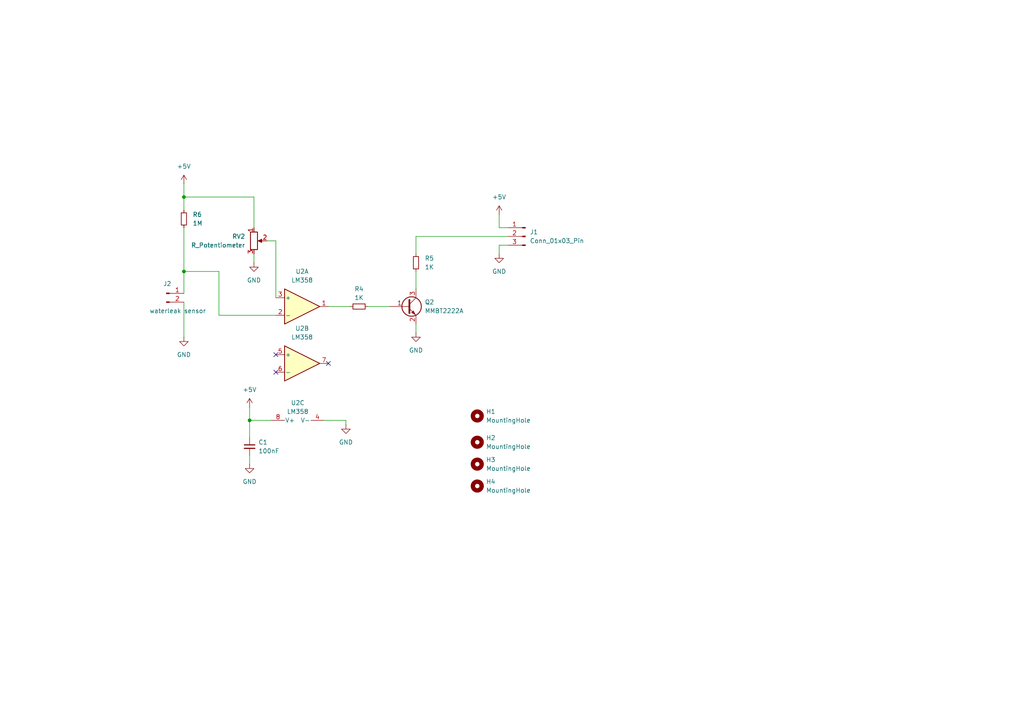
<source format=kicad_sch>
(kicad_sch (version 20231120) (generator "eeschema") (generator_version "8.0")
  (paper "A4")
  (lib_symbols
    (symbol "Amplifier_Operational:LM358" (pin_names (offset 0.127))
      (property "Reference" "U" (at 0 5.08 0))
      (property "Value" "LM358" (at 0 -5.08 0))
      (symbol "LM358_1_1"
        (polyline (pts (xy -5.08 5.08) (xy 5.08 0) (xy -5.08 -5.08) (xy -5.08 5.08)) (stroke (width 0.254)) (fill (type background)))
        (pin output line (at 7.62 0 180) (length 2.54) (name "~") (number "1"))
        (pin input line (at -7.62 -2.54 0) (length 2.54) (name "-") (number "2"))
        (pin input line (at -7.62 2.54 0) (length 2.54) (name "+") (number "3"))
      )
      (symbol "LM358_2_1"
        (polyline (pts (xy -5.08 5.08) (xy 5.08 0) (xy -5.08 -5.08) (xy -5.08 5.08)) (stroke (width 0.254)) (fill (type background)))
        (pin input line (at -7.62 2.54 0) (length 2.54) (name "+") (number "5"))
        (pin input line (at -7.62 -2.54 0) (length 2.54) (name "-") (number "6"))
        (pin output line (at 7.62 0 180) (length 2.54) (name "~") (number "7"))
      )
      (symbol "LM358_3_1"
        (pin power_in line (at -2.54 -7.62 90) (length 3.81) (name "V-") (number "4"))
        (pin power_in line (at -2.54 7.62 270) (length 3.81) (name "V+") (number "8"))
      )
    )
    (symbol "Connector:Conn_01x02_Pin" (pin_names (offset 1.016) hide)
      (property "Reference" "J" (at 0 2.54 0))
      (property "Value" "Conn_01x02_Pin" (at 0 -5.08 0))
      (symbol "Conn_01x02_Pin_1_1"
        (polyline (pts (xy 1.27 -2.54) (xy 0.8636 -2.54)) (stroke (width 0.1524)))
        (polyline (pts (xy 1.27 0) (xy 0.8636 0)) (stroke (width 0.1524)))
        (rectangle (start 0.8636 -2.413) (end 0 -2.667) (stroke (width 0.1524)) (fill (type outline)))
        (rectangle (start 0.8636 0.127) (end 0 -0.127) (stroke (width 0.1524)) (fill (type outline)))
        (pin passive line (at 5.08 0 180) (length 3.81) (name "Pin_1") (number "1"))
        (pin passive line (at 5.08 -2.54 180) (length 3.81) (name "Pin_2") (number "2"))
      )
    )
    (symbol "Connector:Conn_01x03_Pin" (pin_names (offset 1.016) hide)
      (property "Reference" "J" (at 0 5.08 0))
      (property "Value" "Conn_01x03_Pin" (at 0 -5.08 0))
      (symbol "Conn_01x03_Pin_1_1"
        (polyline (pts (xy 1.27 -2.54) (xy 0.8636 -2.54)) (stroke (width 0.1524)))
        (polyline (pts (xy 1.27 0) (xy 0.8636 0)) (stroke (width 0.1524)))
        (polyline (pts (xy 1.27 2.54) (xy 0.8636 2.54)) (stroke (width 0.1524)))
        (rectangle (start 0.8636 -2.413) (end 0 -2.667) (stroke (width 0.1524)) (fill (type outline)))
        (rectangle (start 0.8636 0.127) (end 0 -0.127) (stroke (width 0.1524)) (fill (type outline)))
        (rectangle (start 0.8636 2.667) (end 0 2.413) (stroke (width 0.1524)) (fill (type outline)))
        (pin passive line (at 5.08 2.54 180) (length 3.81) (name "Pin_1") (number "1"))
        (pin passive line (at 5.08 0 180) (length 3.81) (name "Pin_2") (number "2"))
        (pin passive line (at 5.08 -2.54 180) (length 3.81) (name "Pin_3") (number "3"))
      )
    )
    (symbol "Device:C_Small" (pin_numbers hide) (pin_names (offset 0.254) hide)
      (property "Reference" "C" (at 0.254 1.778 0))
      (property "Value" "C_Small" (at 0.254 -2.032 0))
      (symbol "C_Small_0_1"
        (polyline (pts (xy -1.524 -0.508) (xy 1.524 -0.508)) (stroke (width 0.3302)))
        (polyline (pts (xy -1.524 0.508) (xy 1.524 0.508)) (stroke (width 0.3048)))
      )
      (symbol "C_Small_1_1"
        (pin passive line (at 0 2.54 270) (length 2.032) (name "~") (number "1"))
        (pin passive line (at 0 -2.54 90) (length 2.032) (name "~") (number "2"))
      )
    )
    (symbol "Device:R_Potentiometer" (pin_names (offset 1.016) hide)
      (property "Reference" "RV" (at -4.445 0 90))
      (property "Value" "R_Potentiometer" (at -2.54 0 90))
      (symbol "R_Potentiometer_0_1"
        (polyline (pts (xy 2.54 0) (xy 1.524 0)))
        (polyline (pts (xy 1.143 0) (xy 2.286 0.508) (xy 2.286 -0.508) (xy 1.143 0)) (fill (type outline)))
        (rectangle (start 1.016 2.54) (end -1.016 -2.54) (stroke (width 0.254)))
      )
      (symbol "R_Potentiometer_1_1"
        (pin passive line (at 0 3.81 270) (length 1.27) (name "1") (number "1"))
        (pin passive line (at 3.81 0 180) (length 1.27) (name "2") (number "2"))
        (pin passive line (at 0 -3.81 90) (length 1.27) (name "3") (number "3"))
      )
    )
    (symbol "Device:R_Small" (pin_numbers hide) (pin_names (offset 0.254) hide)
      (property "Reference" "R" (at 0.762 0.508 0))
      (property "Value" "R_Small" (at 0.762 -1.016 0))
      (symbol "R_Small_0_1"
        (rectangle (start -0.762 1.778) (end 0.762 -1.778) (stroke (width 0.2032)))
      )
      (symbol "R_Small_1_1"
        (pin passive line (at 0 2.54 270) (length 0.762) (name "~") (number "1"))
        (pin passive line (at 0 -2.54 90) (length 0.762) (name "~") (number "2"))
      )
    )
    (symbol "Mechanical:MountingHole" (pin_names (offset 1.016)) (exclude_from_sim yes) (in_bom no)
      (property "Reference" "H" (at 0 5.08 0))
      (property "Value" "MountingHole" (at 0 3.175 0))
      (symbol "MountingHole_0_1"
        (circle (center 0 0) (radius 1.27) (stroke (width 1.27)))
      )
    )
    (symbol "Transistor_BJT:MMBT2222A" (pin_names (offset 0) hide)
      (property "Reference" "Q" (at 5.08 1.905 0))
      (property "Value" "MMBT2222A" (at 5.08 0 0))
      (symbol "MMBT2222A_0_1"
        (polyline (pts (xy 0.635 0.635) (xy 2.54 2.54)))
        (polyline (pts (xy 0.635 -0.635) (xy 2.54 -2.54) (xy 2.54 -2.54)))
        (polyline (pts (xy 0.635 1.905) (xy 0.635 -1.905) (xy 0.635 -1.905)) (stroke (width 0.508)))
        (polyline (pts (xy 1.27 -1.778) (xy 1.778 -1.27) (xy 2.286 -2.286) (xy 1.27 -1.778) (xy 1.27 -1.778)) (fill (type outline)))
        (circle (center 1.27 0) (radius 2.8194) (stroke (width 0.254)))
      )
      (symbol "MMBT2222A_1_1"
        (pin input line (at -5.08 0 0) (length 5.715) (name "B") (number "1"))
        (pin passive line (at 2.54 -5.08 90) (length 2.54) (name "E") (number "2"))
        (pin passive line (at 2.54 5.08 270) (length 2.54) (name "C") (number "3"))
      )
    )
    (symbol "power:+5V" (power) (pin_numbers hide) (pin_names (offset 0) hide)
      (property "Value" "+5V" (at 0 3.556 0))
      (symbol "+5V_0_1"
        (polyline (pts (xy -0.762 1.27) (xy 0 2.54)))
        (polyline (pts (xy 0 0) (xy 0 2.54)))
        (polyline (pts (xy 0 2.54) (xy 0.762 1.27)))
      )
      (symbol "+5V_1_1"
        (pin power_in line (at 0 0 90) (length 0) (name "~") (number "1"))
      )
    )
    (symbol "power:GND" (power) (pin_numbers hide) (pin_names (offset 0) hide)
      (property "Value" "GND" (at 0 -3.81 0))
      (symbol "GND_0_1"
        (polyline (pts (xy 0 0) (xy 0 -1.27) (xy 1.27 -1.27) (xy 0 -2.54) (xy -1.27 -1.27) (xy 0 -1.27)))
      )
      (symbol "GND_1_1"
        (pin power_in line (at 0 0 270) (length 0) (name "~") (number "1"))
      )
    )
  )
  (junction (at 53.34 78.74))
  (junction (at 53.34 57.15))
  (junction (at 72.39 121.92))
  (no_connect (at 80.01 102.87))
  (no_connect (at 95.25 105.41))
  (no_connect (at 80.01 107.95))
  (wire (pts (xy 72.39 118.11) (xy 72.39 121.92)))
  (wire (pts (xy 53.34 78.74) (xy 53.34 85.09)))
  (wire (pts (xy 72.39 121.92) (xy 72.39 127)))
  (wire (pts (xy 80.01 69.85) (xy 80.01 86.36)))
  (wire (pts (xy 77.47 69.85) (xy 80.01 69.85)))
  (wire (pts (xy 53.34 87.63) (xy 53.34 97.79)))
  (wire (pts (xy 53.34 57.15) (xy 73.66 57.15)))
  (wire (pts (xy 63.5 91.44) (xy 63.5 78.74)))
  (wire (pts (xy 73.66 57.15) (xy 73.66 66.04)))
  (wire (pts (xy 147.32 71.12) (xy 144.78 71.12)))
  (wire (pts (xy 100.33 121.92) (xy 100.33 123.19)))
  (wire (pts (xy 53.34 78.74) (xy 63.5 78.74)))
  (wire (pts (xy 73.66 73.66) (xy 73.66 76.2)))
  (wire (pts (xy 120.65 78.74) (xy 120.65 83.82)))
  (wire (pts (xy 120.65 93.98) (xy 120.65 96.52)))
  (wire (pts (xy 80.01 91.44) (xy 63.5 91.44)))
  (wire (pts (xy 144.78 71.12) (xy 144.78 73.66)))
  (wire (pts (xy 120.65 68.58) (xy 147.32 68.58)))
  (wire (pts (xy 95.25 88.9) (xy 101.6 88.9)))
  (wire (pts (xy 93.98 121.92) (xy 100.33 121.92)))
  (wire (pts (xy 144.78 62.23) (xy 144.78 66.04)))
  (wire (pts (xy 53.34 66.04) (xy 53.34 78.74)))
  (wire (pts (xy 120.65 68.58) (xy 120.65 73.66)))
  (wire (pts (xy 147.32 66.04) (xy 144.78 66.04)))
  (wire (pts (xy 106.68 88.9) (xy 113.03 88.9)))
  (wire (pts (xy 53.34 53.34) (xy 53.34 57.15)))
  (wire (pts (xy 53.34 60.96) (xy 53.34 57.15)))
  (wire (pts (xy 72.39 132.08) (xy 72.39 134.62)))
  (wire (pts (xy 78.74 121.92) (xy 72.39 121.92)))
  (symbol (lib_id "Transistor_BJT:MMBT2222A") (at 118.11 88.9 0) (unit 1)
    (property "Reference" "Q2" (at 123.19 87.6299 0) (effects (justify left)))
    (property "Value" "MMBT2222A" (at 123.19 90.1699 0) (effects (justify left)))
    (property "Footprint" "Package_TO_SOT_SMD:SOT-23" (effects (hide yes)))
    (property "Datasheet" "https://assets.nexperia.com/documents/data-sheet/MMBT2222A.pdf" (effects (hide yes)))
    (property "Description" "600mA Ic, 40V Vce, NPN Transistor, SOT-23" (effects (hide yes)))
  )
  (symbol (lib_id "Amplifier_Operational:LM358") (at 86.36 119.38 90) (unit 3)
    (property "Reference" "U2" (at 86.36 116.84 90))
    (property "Value" "LM358" (at 86.36 119.38 90))
    (property "Footprint" "Package_SO:SOP-8_3.9x4.9mm_P1.27mm" (effects (hide yes)))
    (property "Datasheet" "http://www.ti.com/lit/ds/symlink/lm2904-n.pdf" (effects (hide yes)))
    (property "Description" "Low-Power, Dual Operational Amplifiers, DIP-8/SOIC-8/TO-99-8" (effects (hide yes)))
  )
  (symbol (lib_id "power:+5V") (at 53.34 53.34 0) (unit 1)
    (property "Reference" "#PWR03" (effects (hide yes)))
    (property "Value" "+5V" (at 53.34 48.26 0))
    (property "Description" "Power symbol creates a global label with name \"+5V\"" (effects (hide yes)))
  )
  (symbol (lib_id "Amplifier_Operational:LM358") (at 87.63 88.9 0) (unit 1)
    (property "Reference" "U2" (at 87.63 78.74 0))
    (property "Value" "LM358" (at 87.63 81.28 0))
    (property "Footprint" "Package_SO:SOP-8_3.9x4.9mm_P1.27mm" (effects (hide yes)))
    (property "Datasheet" "http://www.ti.com/lit/ds/symlink/lm2904-n.pdf" (effects (hide yes)))
    (property "Description" "Low-Power, Dual Operational Amplifiers, DIP-8/SOIC-8/TO-99-8" (effects (hide yes)))
  )
  (symbol (lib_id "power:GND") (at 100.33 123.19 0) (unit 1)
    (property "Reference" "#PWR08" (effects (hide yes)))
    (property "Value" "GND" (at 100.33 128.27 0))
    (property "Description" "Power symbol creates a global label with name \"GND\" , ground" (effects (hide yes)))
  )
  (symbol (lib_id "Mechanical:MountingHole") (at 138.43 120.65 0) (unit 1) (exclude_from_sim yes) (in_bom no)
    (property "Reference" "H1" (at 140.97 119.3799 0) (effects (justify left)))
    (property "Value" "MountingHole" (at 140.97 121.9199 0) (effects (justify left)))
    (property "Footprint" "MountingHole:MountingHole_3.2mm_M3_Pad_Via" (effects (hide yes)))
    (property "Description" "Mounting Hole without connection" (effects (hide yes)))
  )
  (symbol (lib_id "Device:R_Small") (at 53.34 63.5 0) (unit 1)
    (property "Reference" "R6" (at 55.88 62.2299 0) (effects (justify left)))
    (property "Value" "1M" (at 55.88 64.7699 0) (effects (justify left)))
    (property "Footprint" "Resistor_SMD:R_0805_2012Metric_Pad1.20x1.40mm_HandSolder" (effects (hide yes)))
    (property "Description" "Resistor, small symbol" (effects (hide yes)))
  )
  (symbol (lib_id "Amplifier_Operational:LM358") (at 87.63 105.41 0) (unit 2)
    (property "Reference" "U2" (at 87.63 95.25 0))
    (property "Value" "LM358" (at 87.63 97.79 0))
    (property "Footprint" "Package_SO:SOP-8_3.9x4.9mm_P1.27mm" (effects (hide yes)))
    (property "Datasheet" "http://www.ti.com/lit/ds/symlink/lm2904-n.pdf" (effects (hide yes)))
    (property "Description" "Low-Power, Dual Operational Amplifiers, DIP-8/SOIC-8/TO-99-8" (effects (hide yes)))
  )
  (symbol (lib_id "Mechanical:MountingHole") (at 138.43 134.62 0) (unit 1) (exclude_from_sim yes) (in_bom no)
    (property "Reference" "H3" (at 140.97 133.3499 0) (effects (justify left)))
    (property "Value" "MountingHole" (at 140.97 135.8899 0) (effects (justify left)))
    (property "Footprint" "MountingHole:MountingHole_3.2mm_M3_Pad_Via" (effects (hide yes)))
    (property "Description" "Mounting Hole without connection" (effects (hide yes)))
  )
  (symbol (lib_id "power:GND") (at 144.78 73.66 0) (unit 1)
    (property "Reference" "#PWR04" (effects (hide yes)))
    (property "Value" "GND" (at 144.78 78.74 0))
    (property "Description" "Power symbol creates a global label with name \"GND\" , ground" (effects (hide yes)))
  )
  (symbol (lib_id "Device:C_Small") (at 72.39 129.54 0) (unit 1)
    (property "Reference" "C1" (at 74.93 128.2762 0) (effects (justify left)))
    (property "Value" "100nF" (at 74.93 130.8162 0) (effects (justify left)))
    (property "Footprint" "Capacitor_SMD:C_0805_2012Metric_Pad1.18x1.45mm_HandSolder" (effects (hide yes)))
    (property "Description" "Unpolarized capacitor, small symbol" (effects (hide yes)))
  )
  (symbol (lib_id "Mechanical:MountingHole") (at 138.43 128.27 0) (unit 1) (exclude_from_sim yes) (in_bom no)
    (property "Reference" "H2" (at 140.97 126.9999 0) (effects (justify left)))
    (property "Value" "MountingHole" (at 140.97 129.5399 0) (effects (justify left)))
    (property "Footprint" "MountingHole:MountingHole_3.2mm_M3_Pad_Via" (effects (hide yes)))
    (property "Description" "Mounting Hole without connection" (effects (hide yes)))
  )
  (symbol (lib_id "Connector:Conn_01x02_Pin") (at 48.26 85.09 0) (unit 1)
    (property "Reference" "J2" (at 48.514 82.296 0))
    (property "Value" "waterleak sensor" (at 51.562 90.17 0))
    (property "Footprint" "TerminalBlock_4Ucon:TerminalBlock_4Ucon_1x02_P3.50mm_Horizontal" (effects (hide yes)))
    (property "Description" "Generic connector, single row, 01x02, script generated" (effects (hide yes)))
  )
  (symbol (lib_id "power:+5V") (at 72.39 118.11 0) (unit 1)
    (property "Reference" "#PWR06" (effects (hide yes)))
    (property "Value" "+5V" (at 72.39 113.03 0))
    (property "Description" "Power symbol creates a global label with name \"+5V\"" (effects (hide yes)))
  )
  (symbol (lib_id "power:GND") (at 73.66 76.2 0) (unit 1)
    (property "Reference" "#PWR011" (effects (hide yes)))
    (property "Value" "GND" (at 73.66 81.28 0))
    (property "Description" "Power symbol creates a global label with name \"GND\" , ground" (effects (hide yes)))
  )
  (symbol (lib_id "power:GND") (at 72.39 134.62 0) (unit 1)
    (property "Reference" "#PWR02" (effects (hide yes)))
    (property "Value" "GND" (at 72.39 139.7 0))
    (property "Description" "Power symbol creates a global label with name \"GND\" , ground" (effects (hide yes)))
  )
  (symbol (lib_id "Device:R_Potentiometer") (at 73.66 69.85 0) (unit 1)
    (property "Reference" "RV2" (at 71.12 68.5799 0) (effects (justify right)))
    (property "Value" "R_Potentiometer" (at 71.12 71.1199 0) (effects (justify right)))
    (property "Footprint" "Potentiometer_THT:Potentiometer_Bourns_3296W_Vertical" (effects (hide yes)))
    (property "Description" "Potentiometer" (effects (hide yes)))
  )
  (symbol (lib_id "power:GND") (at 53.34 97.79 0) (unit 1)
    (property "Reference" "#PWR01" (effects (hide yes)))
    (property "Value" "GND" (at 53.34 102.87 0))
    (property "Description" "Power symbol creates a global label with name \"GND\" , ground" (effects (hide yes)))
  )
  (symbol (lib_id "Mechanical:MountingHole") (at 138.43 140.97 0) (unit 1) (exclude_from_sim yes) (in_bom no)
    (property "Reference" "H4" (at 140.97 139.6999 0) (effects (justify left)))
    (property "Value" "MountingHole" (at 140.97 142.2399 0) (effects (justify left)))
    (property "Footprint" "MountingHole:MountingHole_3.2mm_M3_Pad_Via" (effects (hide yes)))
    (property "Description" "Mounting Hole without connection" (effects (hide yes)))
  )
  (symbol (lib_id "power:GND") (at 120.65 96.52 0) (unit 1)
    (property "Reference" "#PWR010" (effects (hide yes)))
    (property "Value" "GND" (at 120.65 101.6 0))
    (property "Description" "Power symbol creates a global label with name \"GND\" , ground" (effects (hide yes)))
  )
  (symbol (lib_id "power:+5V") (at 144.78 62.23 0) (unit 1)
    (property "Reference" "#PWR05" (effects (hide yes)))
    (property "Value" "+5V" (at 144.78 57.15 0))
    (property "Description" "Power symbol creates a global label with name \"+5V\"" (effects (hide yes)))
  )
  (symbol (lib_id "Device:R_Small") (at 120.65 76.2 180) (unit 1)
    (property "Reference" "R5" (at 123.19 74.9299 0) (effects (justify right)))
    (property "Value" "1K" (at 123.19 77.4699 0) (effects (justify right)))
    (property "Footprint" "Resistor_SMD:R_0805_2012Metric_Pad1.20x1.40mm_HandSolder" (effects (hide yes)))
    (property "Description" "Resistor, small symbol" (effects (hide yes)))
  )
  (symbol (lib_id "Device:R_Small") (at 104.14 88.9 90) (unit 1)
    (property "Reference" "R4" (at 104.14 83.82 90))
    (property "Value" "1K" (at 104.14 86.36 90))
    (property "Footprint" "Resistor_SMD:R_0805_2012Metric_Pad1.20x1.40mm_HandSolder" (effects (hide yes)))
    (property "Description" "Resistor, small symbol" (effects (hide yes)))
  )
  (symbol (lib_id "Connector:Conn_01x03_Pin") (at 152.4 68.58 0) (mirror y) (unit 1)
    (property "Reference" "J1" (at 153.67 67.3099 0) (effects (justify right)))
    (property "Value" "Conn_01x03_Pin" (at 153.67 69.8499 0) (effects (justify right)))
    (property "Footprint" "TerminalBlock_4Ucon:TerminalBlock_4Ucon_1x03_P3.50mm_Horizontal" (effects (hide yes)))
    (property "Description" "Generic connector, single row, 01x03, script generated" (effects (hide yes)))
  )
)
</source>
